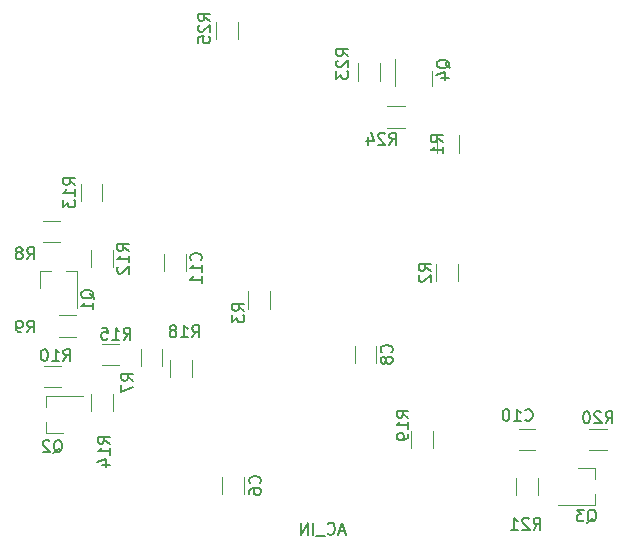
<source format=gbr>
%TF.GenerationSoftware,KiCad,Pcbnew,7.0.9*%
%TF.CreationDate,2023-11-29T12:33:44+01:00*%
%TF.ProjectId,Zabezpieczenie UPC1237,5a616265-7a70-4696-9563-7a656e696520,rev?*%
%TF.SameCoordinates,Original*%
%TF.FileFunction,Legend,Bot*%
%TF.FilePolarity,Positive*%
%FSLAX46Y46*%
G04 Gerber Fmt 4.6, Leading zero omitted, Abs format (unit mm)*
G04 Created by KiCad (PCBNEW 7.0.9) date 2023-11-29 12:33:44*
%MOMM*%
%LPD*%
G01*
G04 APERTURE LIST*
%ADD10C,0.200000*%
%ADD11C,0.150000*%
%ADD12C,0.120000*%
G04 APERTURE END LIST*
D10*
X129577945Y-142781504D02*
X129101755Y-142781504D01*
X129673183Y-143067219D02*
X129339850Y-142067219D01*
X129339850Y-142067219D02*
X129006517Y-143067219D01*
X128101755Y-142971980D02*
X128149374Y-143019600D01*
X128149374Y-143019600D02*
X128292231Y-143067219D01*
X128292231Y-143067219D02*
X128387469Y-143067219D01*
X128387469Y-143067219D02*
X128530326Y-143019600D01*
X128530326Y-143019600D02*
X128625564Y-142924361D01*
X128625564Y-142924361D02*
X128673183Y-142829123D01*
X128673183Y-142829123D02*
X128720802Y-142638647D01*
X128720802Y-142638647D02*
X128720802Y-142495790D01*
X128720802Y-142495790D02*
X128673183Y-142305314D01*
X128673183Y-142305314D02*
X128625564Y-142210076D01*
X128625564Y-142210076D02*
X128530326Y-142114838D01*
X128530326Y-142114838D02*
X128387469Y-142067219D01*
X128387469Y-142067219D02*
X128292231Y-142067219D01*
X128292231Y-142067219D02*
X128149374Y-142114838D01*
X128149374Y-142114838D02*
X128101755Y-142162457D01*
X127911279Y-143162457D02*
X127149374Y-143162457D01*
X126911278Y-143067219D02*
X126911278Y-142067219D01*
X126435088Y-143067219D02*
X126435088Y-142067219D01*
X126435088Y-142067219D02*
X125863660Y-143067219D01*
X125863660Y-143067219D02*
X125863660Y-142067219D01*
D11*
X104895238Y-136150057D02*
X104990476Y-136102438D01*
X104990476Y-136102438D02*
X105085714Y-136007200D01*
X105085714Y-136007200D02*
X105228571Y-135864342D01*
X105228571Y-135864342D02*
X105323809Y-135816723D01*
X105323809Y-135816723D02*
X105419047Y-135816723D01*
X105371428Y-136054819D02*
X105466666Y-136007200D01*
X105466666Y-136007200D02*
X105561904Y-135911961D01*
X105561904Y-135911961D02*
X105609523Y-135721485D01*
X105609523Y-135721485D02*
X105609523Y-135388152D01*
X105609523Y-135388152D02*
X105561904Y-135197676D01*
X105561904Y-135197676D02*
X105466666Y-135102438D01*
X105466666Y-135102438D02*
X105371428Y-135054819D01*
X105371428Y-135054819D02*
X105180952Y-135054819D01*
X105180952Y-135054819D02*
X105085714Y-135102438D01*
X105085714Y-135102438D02*
X104990476Y-135197676D01*
X104990476Y-135197676D02*
X104942857Y-135388152D01*
X104942857Y-135388152D02*
X104942857Y-135721485D01*
X104942857Y-135721485D02*
X104990476Y-135911961D01*
X104990476Y-135911961D02*
X105085714Y-136007200D01*
X105085714Y-136007200D02*
X105180952Y-136054819D01*
X105180952Y-136054819D02*
X105371428Y-136054819D01*
X104561904Y-135150057D02*
X104514285Y-135102438D01*
X104514285Y-135102438D02*
X104419047Y-135054819D01*
X104419047Y-135054819D02*
X104180952Y-135054819D01*
X104180952Y-135054819D02*
X104085714Y-135102438D01*
X104085714Y-135102438D02*
X104038095Y-135150057D01*
X104038095Y-135150057D02*
X103990476Y-135245295D01*
X103990476Y-135245295D02*
X103990476Y-135340533D01*
X103990476Y-135340533D02*
X104038095Y-135483390D01*
X104038095Y-135483390D02*
X104609523Y-136054819D01*
X104609523Y-136054819D02*
X103990476Y-136054819D01*
X117359580Y-119857142D02*
X117407200Y-119809523D01*
X117407200Y-119809523D02*
X117454819Y-119666666D01*
X117454819Y-119666666D02*
X117454819Y-119571428D01*
X117454819Y-119571428D02*
X117407200Y-119428571D01*
X117407200Y-119428571D02*
X117311961Y-119333333D01*
X117311961Y-119333333D02*
X117216723Y-119285714D01*
X117216723Y-119285714D02*
X117026247Y-119238095D01*
X117026247Y-119238095D02*
X116883390Y-119238095D01*
X116883390Y-119238095D02*
X116692914Y-119285714D01*
X116692914Y-119285714D02*
X116597676Y-119333333D01*
X116597676Y-119333333D02*
X116502438Y-119428571D01*
X116502438Y-119428571D02*
X116454819Y-119571428D01*
X116454819Y-119571428D02*
X116454819Y-119666666D01*
X116454819Y-119666666D02*
X116502438Y-119809523D01*
X116502438Y-119809523D02*
X116550057Y-119857142D01*
X117454819Y-120809523D02*
X117454819Y-120238095D01*
X117454819Y-120523809D02*
X116454819Y-120523809D01*
X116454819Y-120523809D02*
X116597676Y-120428571D01*
X116597676Y-120428571D02*
X116692914Y-120333333D01*
X116692914Y-120333333D02*
X116740533Y-120238095D01*
X117454819Y-121761904D02*
X117454819Y-121190476D01*
X117454819Y-121476190D02*
X116454819Y-121476190D01*
X116454819Y-121476190D02*
X116597676Y-121380952D01*
X116597676Y-121380952D02*
X116692914Y-121285714D01*
X116692914Y-121285714D02*
X116740533Y-121190476D01*
X108350057Y-123104761D02*
X108302438Y-123009523D01*
X108302438Y-123009523D02*
X108207200Y-122914285D01*
X108207200Y-122914285D02*
X108064342Y-122771428D01*
X108064342Y-122771428D02*
X108016723Y-122676190D01*
X108016723Y-122676190D02*
X108016723Y-122580952D01*
X108254819Y-122628571D02*
X108207200Y-122533333D01*
X108207200Y-122533333D02*
X108111961Y-122438095D01*
X108111961Y-122438095D02*
X107921485Y-122390476D01*
X107921485Y-122390476D02*
X107588152Y-122390476D01*
X107588152Y-122390476D02*
X107397676Y-122438095D01*
X107397676Y-122438095D02*
X107302438Y-122533333D01*
X107302438Y-122533333D02*
X107254819Y-122628571D01*
X107254819Y-122628571D02*
X107254819Y-122819047D01*
X107254819Y-122819047D02*
X107302438Y-122914285D01*
X107302438Y-122914285D02*
X107397676Y-123009523D01*
X107397676Y-123009523D02*
X107588152Y-123057142D01*
X107588152Y-123057142D02*
X107921485Y-123057142D01*
X107921485Y-123057142D02*
X108111961Y-123009523D01*
X108111961Y-123009523D02*
X108207200Y-122914285D01*
X108207200Y-122914285D02*
X108254819Y-122819047D01*
X108254819Y-122819047D02*
X108254819Y-122628571D01*
X108254819Y-124009523D02*
X108254819Y-123438095D01*
X108254819Y-123723809D02*
X107254819Y-123723809D01*
X107254819Y-123723809D02*
X107397676Y-123628571D01*
X107397676Y-123628571D02*
X107492914Y-123533333D01*
X107492914Y-123533333D02*
X107540533Y-123438095D01*
X137844819Y-109833333D02*
X137368628Y-109500000D01*
X137844819Y-109261905D02*
X136844819Y-109261905D01*
X136844819Y-109261905D02*
X136844819Y-109642857D01*
X136844819Y-109642857D02*
X136892438Y-109738095D01*
X136892438Y-109738095D02*
X136940057Y-109785714D01*
X136940057Y-109785714D02*
X137035295Y-109833333D01*
X137035295Y-109833333D02*
X137178152Y-109833333D01*
X137178152Y-109833333D02*
X137273390Y-109785714D01*
X137273390Y-109785714D02*
X137321009Y-109738095D01*
X137321009Y-109738095D02*
X137368628Y-109642857D01*
X137368628Y-109642857D02*
X137368628Y-109261905D01*
X137844819Y-110785714D02*
X137844819Y-110214286D01*
X137844819Y-110500000D02*
X136844819Y-110500000D01*
X136844819Y-110500000D02*
X136987676Y-110404762D01*
X136987676Y-110404762D02*
X137082914Y-110309524D01*
X137082914Y-110309524D02*
X137130533Y-110214286D01*
X133509580Y-127633333D02*
X133557200Y-127585714D01*
X133557200Y-127585714D02*
X133604819Y-127442857D01*
X133604819Y-127442857D02*
X133604819Y-127347619D01*
X133604819Y-127347619D02*
X133557200Y-127204762D01*
X133557200Y-127204762D02*
X133461961Y-127109524D01*
X133461961Y-127109524D02*
X133366723Y-127061905D01*
X133366723Y-127061905D02*
X133176247Y-127014286D01*
X133176247Y-127014286D02*
X133033390Y-127014286D01*
X133033390Y-127014286D02*
X132842914Y-127061905D01*
X132842914Y-127061905D02*
X132747676Y-127109524D01*
X132747676Y-127109524D02*
X132652438Y-127204762D01*
X132652438Y-127204762D02*
X132604819Y-127347619D01*
X132604819Y-127347619D02*
X132604819Y-127442857D01*
X132604819Y-127442857D02*
X132652438Y-127585714D01*
X132652438Y-127585714D02*
X132700057Y-127633333D01*
X133033390Y-128204762D02*
X132985771Y-128109524D01*
X132985771Y-128109524D02*
X132938152Y-128061905D01*
X132938152Y-128061905D02*
X132842914Y-128014286D01*
X132842914Y-128014286D02*
X132795295Y-128014286D01*
X132795295Y-128014286D02*
X132700057Y-128061905D01*
X132700057Y-128061905D02*
X132652438Y-128109524D01*
X132652438Y-128109524D02*
X132604819Y-128204762D01*
X132604819Y-128204762D02*
X132604819Y-128395238D01*
X132604819Y-128395238D02*
X132652438Y-128490476D01*
X132652438Y-128490476D02*
X132700057Y-128538095D01*
X132700057Y-128538095D02*
X132795295Y-128585714D01*
X132795295Y-128585714D02*
X132842914Y-128585714D01*
X132842914Y-128585714D02*
X132938152Y-128538095D01*
X132938152Y-128538095D02*
X132985771Y-128490476D01*
X132985771Y-128490476D02*
X133033390Y-128395238D01*
X133033390Y-128395238D02*
X133033390Y-128204762D01*
X133033390Y-128204762D02*
X133081009Y-128109524D01*
X133081009Y-128109524D02*
X133128628Y-128061905D01*
X133128628Y-128061905D02*
X133223866Y-128014286D01*
X133223866Y-128014286D02*
X133414342Y-128014286D01*
X133414342Y-128014286D02*
X133509580Y-128061905D01*
X133509580Y-128061905D02*
X133557200Y-128109524D01*
X133557200Y-128109524D02*
X133604819Y-128204762D01*
X133604819Y-128204762D02*
X133604819Y-128395238D01*
X133604819Y-128395238D02*
X133557200Y-128490476D01*
X133557200Y-128490476D02*
X133509580Y-128538095D01*
X133509580Y-128538095D02*
X133414342Y-128585714D01*
X133414342Y-128585714D02*
X133223866Y-128585714D01*
X133223866Y-128585714D02*
X133128628Y-128538095D01*
X133128628Y-128538095D02*
X133081009Y-128490476D01*
X133081009Y-128490476D02*
X133033390Y-128395238D01*
X151642857Y-133634819D02*
X151976190Y-133158628D01*
X152214285Y-133634819D02*
X152214285Y-132634819D01*
X152214285Y-132634819D02*
X151833333Y-132634819D01*
X151833333Y-132634819D02*
X151738095Y-132682438D01*
X151738095Y-132682438D02*
X151690476Y-132730057D01*
X151690476Y-132730057D02*
X151642857Y-132825295D01*
X151642857Y-132825295D02*
X151642857Y-132968152D01*
X151642857Y-132968152D02*
X151690476Y-133063390D01*
X151690476Y-133063390D02*
X151738095Y-133111009D01*
X151738095Y-133111009D02*
X151833333Y-133158628D01*
X151833333Y-133158628D02*
X152214285Y-133158628D01*
X151261904Y-132730057D02*
X151214285Y-132682438D01*
X151214285Y-132682438D02*
X151119047Y-132634819D01*
X151119047Y-132634819D02*
X150880952Y-132634819D01*
X150880952Y-132634819D02*
X150785714Y-132682438D01*
X150785714Y-132682438D02*
X150738095Y-132730057D01*
X150738095Y-132730057D02*
X150690476Y-132825295D01*
X150690476Y-132825295D02*
X150690476Y-132920533D01*
X150690476Y-132920533D02*
X150738095Y-133063390D01*
X150738095Y-133063390D02*
X151309523Y-133634819D01*
X151309523Y-133634819D02*
X150690476Y-133634819D01*
X150071428Y-132634819D02*
X149976190Y-132634819D01*
X149976190Y-132634819D02*
X149880952Y-132682438D01*
X149880952Y-132682438D02*
X149833333Y-132730057D01*
X149833333Y-132730057D02*
X149785714Y-132825295D01*
X149785714Y-132825295D02*
X149738095Y-133015771D01*
X149738095Y-133015771D02*
X149738095Y-133253866D01*
X149738095Y-133253866D02*
X149785714Y-133444342D01*
X149785714Y-133444342D02*
X149833333Y-133539580D01*
X149833333Y-133539580D02*
X149880952Y-133587200D01*
X149880952Y-133587200D02*
X149976190Y-133634819D01*
X149976190Y-133634819D02*
X150071428Y-133634819D01*
X150071428Y-133634819D02*
X150166666Y-133587200D01*
X150166666Y-133587200D02*
X150214285Y-133539580D01*
X150214285Y-133539580D02*
X150261904Y-133444342D01*
X150261904Y-133444342D02*
X150309523Y-133253866D01*
X150309523Y-133253866D02*
X150309523Y-133015771D01*
X150309523Y-133015771D02*
X150261904Y-132825295D01*
X150261904Y-132825295D02*
X150214285Y-132730057D01*
X150214285Y-132730057D02*
X150166666Y-132682438D01*
X150166666Y-132682438D02*
X150071428Y-132634819D01*
X102666666Y-119754819D02*
X102999999Y-119278628D01*
X103238094Y-119754819D02*
X103238094Y-118754819D01*
X103238094Y-118754819D02*
X102857142Y-118754819D01*
X102857142Y-118754819D02*
X102761904Y-118802438D01*
X102761904Y-118802438D02*
X102714285Y-118850057D01*
X102714285Y-118850057D02*
X102666666Y-118945295D01*
X102666666Y-118945295D02*
X102666666Y-119088152D01*
X102666666Y-119088152D02*
X102714285Y-119183390D01*
X102714285Y-119183390D02*
X102761904Y-119231009D01*
X102761904Y-119231009D02*
X102857142Y-119278628D01*
X102857142Y-119278628D02*
X103238094Y-119278628D01*
X102095237Y-119183390D02*
X102190475Y-119135771D01*
X102190475Y-119135771D02*
X102238094Y-119088152D01*
X102238094Y-119088152D02*
X102285713Y-118992914D01*
X102285713Y-118992914D02*
X102285713Y-118945295D01*
X102285713Y-118945295D02*
X102238094Y-118850057D01*
X102238094Y-118850057D02*
X102190475Y-118802438D01*
X102190475Y-118802438D02*
X102095237Y-118754819D01*
X102095237Y-118754819D02*
X101904761Y-118754819D01*
X101904761Y-118754819D02*
X101809523Y-118802438D01*
X101809523Y-118802438D02*
X101761904Y-118850057D01*
X101761904Y-118850057D02*
X101714285Y-118945295D01*
X101714285Y-118945295D02*
X101714285Y-118992914D01*
X101714285Y-118992914D02*
X101761904Y-119088152D01*
X101761904Y-119088152D02*
X101809523Y-119135771D01*
X101809523Y-119135771D02*
X101904761Y-119183390D01*
X101904761Y-119183390D02*
X102095237Y-119183390D01*
X102095237Y-119183390D02*
X102190475Y-119231009D01*
X102190475Y-119231009D02*
X102238094Y-119278628D01*
X102238094Y-119278628D02*
X102285713Y-119373866D01*
X102285713Y-119373866D02*
X102285713Y-119564342D01*
X102285713Y-119564342D02*
X102238094Y-119659580D01*
X102238094Y-119659580D02*
X102190475Y-119707200D01*
X102190475Y-119707200D02*
X102095237Y-119754819D01*
X102095237Y-119754819D02*
X101904761Y-119754819D01*
X101904761Y-119754819D02*
X101809523Y-119707200D01*
X101809523Y-119707200D02*
X101761904Y-119659580D01*
X101761904Y-119659580D02*
X101714285Y-119564342D01*
X101714285Y-119564342D02*
X101714285Y-119373866D01*
X101714285Y-119373866D02*
X101761904Y-119278628D01*
X101761904Y-119278628D02*
X101809523Y-119231009D01*
X101809523Y-119231009D02*
X101904761Y-119183390D01*
X144842857Y-133359580D02*
X144890476Y-133407200D01*
X144890476Y-133407200D02*
X145033333Y-133454819D01*
X145033333Y-133454819D02*
X145128571Y-133454819D01*
X145128571Y-133454819D02*
X145271428Y-133407200D01*
X145271428Y-133407200D02*
X145366666Y-133311961D01*
X145366666Y-133311961D02*
X145414285Y-133216723D01*
X145414285Y-133216723D02*
X145461904Y-133026247D01*
X145461904Y-133026247D02*
X145461904Y-132883390D01*
X145461904Y-132883390D02*
X145414285Y-132692914D01*
X145414285Y-132692914D02*
X145366666Y-132597676D01*
X145366666Y-132597676D02*
X145271428Y-132502438D01*
X145271428Y-132502438D02*
X145128571Y-132454819D01*
X145128571Y-132454819D02*
X145033333Y-132454819D01*
X145033333Y-132454819D02*
X144890476Y-132502438D01*
X144890476Y-132502438D02*
X144842857Y-132550057D01*
X143890476Y-133454819D02*
X144461904Y-133454819D01*
X144176190Y-133454819D02*
X144176190Y-132454819D01*
X144176190Y-132454819D02*
X144271428Y-132597676D01*
X144271428Y-132597676D02*
X144366666Y-132692914D01*
X144366666Y-132692914D02*
X144461904Y-132740533D01*
X143271428Y-132454819D02*
X143176190Y-132454819D01*
X143176190Y-132454819D02*
X143080952Y-132502438D01*
X143080952Y-132502438D02*
X143033333Y-132550057D01*
X143033333Y-132550057D02*
X142985714Y-132645295D01*
X142985714Y-132645295D02*
X142938095Y-132835771D01*
X142938095Y-132835771D02*
X142938095Y-133073866D01*
X142938095Y-133073866D02*
X142985714Y-133264342D01*
X142985714Y-133264342D02*
X143033333Y-133359580D01*
X143033333Y-133359580D02*
X143080952Y-133407200D01*
X143080952Y-133407200D02*
X143176190Y-133454819D01*
X143176190Y-133454819D02*
X143271428Y-133454819D01*
X143271428Y-133454819D02*
X143366666Y-133407200D01*
X143366666Y-133407200D02*
X143414285Y-133359580D01*
X143414285Y-133359580D02*
X143461904Y-133264342D01*
X143461904Y-133264342D02*
X143509523Y-133073866D01*
X143509523Y-133073866D02*
X143509523Y-132835771D01*
X143509523Y-132835771D02*
X143461904Y-132645295D01*
X143461904Y-132645295D02*
X143414285Y-132550057D01*
X143414285Y-132550057D02*
X143366666Y-132502438D01*
X143366666Y-132502438D02*
X143271428Y-132454819D01*
X116642857Y-126354819D02*
X116976190Y-125878628D01*
X117214285Y-126354819D02*
X117214285Y-125354819D01*
X117214285Y-125354819D02*
X116833333Y-125354819D01*
X116833333Y-125354819D02*
X116738095Y-125402438D01*
X116738095Y-125402438D02*
X116690476Y-125450057D01*
X116690476Y-125450057D02*
X116642857Y-125545295D01*
X116642857Y-125545295D02*
X116642857Y-125688152D01*
X116642857Y-125688152D02*
X116690476Y-125783390D01*
X116690476Y-125783390D02*
X116738095Y-125831009D01*
X116738095Y-125831009D02*
X116833333Y-125878628D01*
X116833333Y-125878628D02*
X117214285Y-125878628D01*
X115690476Y-126354819D02*
X116261904Y-126354819D01*
X115976190Y-126354819D02*
X115976190Y-125354819D01*
X115976190Y-125354819D02*
X116071428Y-125497676D01*
X116071428Y-125497676D02*
X116166666Y-125592914D01*
X116166666Y-125592914D02*
X116261904Y-125640533D01*
X115119047Y-125783390D02*
X115214285Y-125735771D01*
X115214285Y-125735771D02*
X115261904Y-125688152D01*
X115261904Y-125688152D02*
X115309523Y-125592914D01*
X115309523Y-125592914D02*
X115309523Y-125545295D01*
X115309523Y-125545295D02*
X115261904Y-125450057D01*
X115261904Y-125450057D02*
X115214285Y-125402438D01*
X115214285Y-125402438D02*
X115119047Y-125354819D01*
X115119047Y-125354819D02*
X114928571Y-125354819D01*
X114928571Y-125354819D02*
X114833333Y-125402438D01*
X114833333Y-125402438D02*
X114785714Y-125450057D01*
X114785714Y-125450057D02*
X114738095Y-125545295D01*
X114738095Y-125545295D02*
X114738095Y-125592914D01*
X114738095Y-125592914D02*
X114785714Y-125688152D01*
X114785714Y-125688152D02*
X114833333Y-125735771D01*
X114833333Y-125735771D02*
X114928571Y-125783390D01*
X114928571Y-125783390D02*
X115119047Y-125783390D01*
X115119047Y-125783390D02*
X115214285Y-125831009D01*
X115214285Y-125831009D02*
X115261904Y-125878628D01*
X115261904Y-125878628D02*
X115309523Y-125973866D01*
X115309523Y-125973866D02*
X115309523Y-126164342D01*
X115309523Y-126164342D02*
X115261904Y-126259580D01*
X115261904Y-126259580D02*
X115214285Y-126307200D01*
X115214285Y-126307200D02*
X115119047Y-126354819D01*
X115119047Y-126354819D02*
X114928571Y-126354819D01*
X114928571Y-126354819D02*
X114833333Y-126307200D01*
X114833333Y-126307200D02*
X114785714Y-126259580D01*
X114785714Y-126259580D02*
X114738095Y-126164342D01*
X114738095Y-126164342D02*
X114738095Y-125973866D01*
X114738095Y-125973866D02*
X114785714Y-125878628D01*
X114785714Y-125878628D02*
X114833333Y-125831009D01*
X114833333Y-125831009D02*
X114928571Y-125783390D01*
X133342857Y-110054819D02*
X133676190Y-109578628D01*
X133914285Y-110054819D02*
X133914285Y-109054819D01*
X133914285Y-109054819D02*
X133533333Y-109054819D01*
X133533333Y-109054819D02*
X133438095Y-109102438D01*
X133438095Y-109102438D02*
X133390476Y-109150057D01*
X133390476Y-109150057D02*
X133342857Y-109245295D01*
X133342857Y-109245295D02*
X133342857Y-109388152D01*
X133342857Y-109388152D02*
X133390476Y-109483390D01*
X133390476Y-109483390D02*
X133438095Y-109531009D01*
X133438095Y-109531009D02*
X133533333Y-109578628D01*
X133533333Y-109578628D02*
X133914285Y-109578628D01*
X132961904Y-109150057D02*
X132914285Y-109102438D01*
X132914285Y-109102438D02*
X132819047Y-109054819D01*
X132819047Y-109054819D02*
X132580952Y-109054819D01*
X132580952Y-109054819D02*
X132485714Y-109102438D01*
X132485714Y-109102438D02*
X132438095Y-109150057D01*
X132438095Y-109150057D02*
X132390476Y-109245295D01*
X132390476Y-109245295D02*
X132390476Y-109340533D01*
X132390476Y-109340533D02*
X132438095Y-109483390D01*
X132438095Y-109483390D02*
X133009523Y-110054819D01*
X133009523Y-110054819D02*
X132390476Y-110054819D01*
X131533333Y-109388152D02*
X131533333Y-110054819D01*
X131771428Y-109007200D02*
X132009523Y-109721485D01*
X132009523Y-109721485D02*
X131390476Y-109721485D01*
X134954819Y-133157142D02*
X134478628Y-132823809D01*
X134954819Y-132585714D02*
X133954819Y-132585714D01*
X133954819Y-132585714D02*
X133954819Y-132966666D01*
X133954819Y-132966666D02*
X134002438Y-133061904D01*
X134002438Y-133061904D02*
X134050057Y-133109523D01*
X134050057Y-133109523D02*
X134145295Y-133157142D01*
X134145295Y-133157142D02*
X134288152Y-133157142D01*
X134288152Y-133157142D02*
X134383390Y-133109523D01*
X134383390Y-133109523D02*
X134431009Y-133061904D01*
X134431009Y-133061904D02*
X134478628Y-132966666D01*
X134478628Y-132966666D02*
X134478628Y-132585714D01*
X134954819Y-134109523D02*
X134954819Y-133538095D01*
X134954819Y-133823809D02*
X133954819Y-133823809D01*
X133954819Y-133823809D02*
X134097676Y-133728571D01*
X134097676Y-133728571D02*
X134192914Y-133633333D01*
X134192914Y-133633333D02*
X134240533Y-133538095D01*
X134954819Y-134585714D02*
X134954819Y-134776190D01*
X134954819Y-134776190D02*
X134907200Y-134871428D01*
X134907200Y-134871428D02*
X134859580Y-134919047D01*
X134859580Y-134919047D02*
X134716723Y-135014285D01*
X134716723Y-135014285D02*
X134526247Y-135061904D01*
X134526247Y-135061904D02*
X134145295Y-135061904D01*
X134145295Y-135061904D02*
X134050057Y-135014285D01*
X134050057Y-135014285D02*
X134002438Y-134966666D01*
X134002438Y-134966666D02*
X133954819Y-134871428D01*
X133954819Y-134871428D02*
X133954819Y-134680952D01*
X133954819Y-134680952D02*
X134002438Y-134585714D01*
X134002438Y-134585714D02*
X134050057Y-134538095D01*
X134050057Y-134538095D02*
X134145295Y-134490476D01*
X134145295Y-134490476D02*
X134383390Y-134490476D01*
X134383390Y-134490476D02*
X134478628Y-134538095D01*
X134478628Y-134538095D02*
X134526247Y-134585714D01*
X134526247Y-134585714D02*
X134573866Y-134680952D01*
X134573866Y-134680952D02*
X134573866Y-134871428D01*
X134573866Y-134871428D02*
X134526247Y-134966666D01*
X134526247Y-134966666D02*
X134478628Y-135014285D01*
X134478628Y-135014285D02*
X134383390Y-135061904D01*
X109654819Y-135357142D02*
X109178628Y-135023809D01*
X109654819Y-134785714D02*
X108654819Y-134785714D01*
X108654819Y-134785714D02*
X108654819Y-135166666D01*
X108654819Y-135166666D02*
X108702438Y-135261904D01*
X108702438Y-135261904D02*
X108750057Y-135309523D01*
X108750057Y-135309523D02*
X108845295Y-135357142D01*
X108845295Y-135357142D02*
X108988152Y-135357142D01*
X108988152Y-135357142D02*
X109083390Y-135309523D01*
X109083390Y-135309523D02*
X109131009Y-135261904D01*
X109131009Y-135261904D02*
X109178628Y-135166666D01*
X109178628Y-135166666D02*
X109178628Y-134785714D01*
X109654819Y-136309523D02*
X109654819Y-135738095D01*
X109654819Y-136023809D02*
X108654819Y-136023809D01*
X108654819Y-136023809D02*
X108797676Y-135928571D01*
X108797676Y-135928571D02*
X108892914Y-135833333D01*
X108892914Y-135833333D02*
X108940533Y-135738095D01*
X108988152Y-137166666D02*
X109654819Y-137166666D01*
X108607200Y-136928571D02*
X109321485Y-136690476D01*
X109321485Y-136690476D02*
X109321485Y-137309523D01*
X145542857Y-142654819D02*
X145876190Y-142178628D01*
X146114285Y-142654819D02*
X146114285Y-141654819D01*
X146114285Y-141654819D02*
X145733333Y-141654819D01*
X145733333Y-141654819D02*
X145638095Y-141702438D01*
X145638095Y-141702438D02*
X145590476Y-141750057D01*
X145590476Y-141750057D02*
X145542857Y-141845295D01*
X145542857Y-141845295D02*
X145542857Y-141988152D01*
X145542857Y-141988152D02*
X145590476Y-142083390D01*
X145590476Y-142083390D02*
X145638095Y-142131009D01*
X145638095Y-142131009D02*
X145733333Y-142178628D01*
X145733333Y-142178628D02*
X146114285Y-142178628D01*
X145161904Y-141750057D02*
X145114285Y-141702438D01*
X145114285Y-141702438D02*
X145019047Y-141654819D01*
X145019047Y-141654819D02*
X144780952Y-141654819D01*
X144780952Y-141654819D02*
X144685714Y-141702438D01*
X144685714Y-141702438D02*
X144638095Y-141750057D01*
X144638095Y-141750057D02*
X144590476Y-141845295D01*
X144590476Y-141845295D02*
X144590476Y-141940533D01*
X144590476Y-141940533D02*
X144638095Y-142083390D01*
X144638095Y-142083390D02*
X145209523Y-142654819D01*
X145209523Y-142654819D02*
X144590476Y-142654819D01*
X143638095Y-142654819D02*
X144209523Y-142654819D01*
X143923809Y-142654819D02*
X143923809Y-141654819D01*
X143923809Y-141654819D02*
X144019047Y-141797676D01*
X144019047Y-141797676D02*
X144114285Y-141892914D01*
X144114285Y-141892914D02*
X144209523Y-141940533D01*
X129854819Y-102557142D02*
X129378628Y-102223809D01*
X129854819Y-101985714D02*
X128854819Y-101985714D01*
X128854819Y-101985714D02*
X128854819Y-102366666D01*
X128854819Y-102366666D02*
X128902438Y-102461904D01*
X128902438Y-102461904D02*
X128950057Y-102509523D01*
X128950057Y-102509523D02*
X129045295Y-102557142D01*
X129045295Y-102557142D02*
X129188152Y-102557142D01*
X129188152Y-102557142D02*
X129283390Y-102509523D01*
X129283390Y-102509523D02*
X129331009Y-102461904D01*
X129331009Y-102461904D02*
X129378628Y-102366666D01*
X129378628Y-102366666D02*
X129378628Y-101985714D01*
X128950057Y-102938095D02*
X128902438Y-102985714D01*
X128902438Y-102985714D02*
X128854819Y-103080952D01*
X128854819Y-103080952D02*
X128854819Y-103319047D01*
X128854819Y-103319047D02*
X128902438Y-103414285D01*
X128902438Y-103414285D02*
X128950057Y-103461904D01*
X128950057Y-103461904D02*
X129045295Y-103509523D01*
X129045295Y-103509523D02*
X129140533Y-103509523D01*
X129140533Y-103509523D02*
X129283390Y-103461904D01*
X129283390Y-103461904D02*
X129854819Y-102890476D01*
X129854819Y-102890476D02*
X129854819Y-103509523D01*
X128854819Y-103842857D02*
X128854819Y-104461904D01*
X128854819Y-104461904D02*
X129235771Y-104128571D01*
X129235771Y-104128571D02*
X129235771Y-104271428D01*
X129235771Y-104271428D02*
X129283390Y-104366666D01*
X129283390Y-104366666D02*
X129331009Y-104414285D01*
X129331009Y-104414285D02*
X129426247Y-104461904D01*
X129426247Y-104461904D02*
X129664342Y-104461904D01*
X129664342Y-104461904D02*
X129759580Y-104414285D01*
X129759580Y-104414285D02*
X129807200Y-104366666D01*
X129807200Y-104366666D02*
X129854819Y-104271428D01*
X129854819Y-104271428D02*
X129854819Y-103985714D01*
X129854819Y-103985714D02*
X129807200Y-103890476D01*
X129807200Y-103890476D02*
X129759580Y-103842857D01*
X102666666Y-125954819D02*
X102999999Y-125478628D01*
X103238094Y-125954819D02*
X103238094Y-124954819D01*
X103238094Y-124954819D02*
X102857142Y-124954819D01*
X102857142Y-124954819D02*
X102761904Y-125002438D01*
X102761904Y-125002438D02*
X102714285Y-125050057D01*
X102714285Y-125050057D02*
X102666666Y-125145295D01*
X102666666Y-125145295D02*
X102666666Y-125288152D01*
X102666666Y-125288152D02*
X102714285Y-125383390D01*
X102714285Y-125383390D02*
X102761904Y-125431009D01*
X102761904Y-125431009D02*
X102857142Y-125478628D01*
X102857142Y-125478628D02*
X103238094Y-125478628D01*
X102190475Y-125954819D02*
X101999999Y-125954819D01*
X101999999Y-125954819D02*
X101904761Y-125907200D01*
X101904761Y-125907200D02*
X101857142Y-125859580D01*
X101857142Y-125859580D02*
X101761904Y-125716723D01*
X101761904Y-125716723D02*
X101714285Y-125526247D01*
X101714285Y-125526247D02*
X101714285Y-125145295D01*
X101714285Y-125145295D02*
X101761904Y-125050057D01*
X101761904Y-125050057D02*
X101809523Y-125002438D01*
X101809523Y-125002438D02*
X101904761Y-124954819D01*
X101904761Y-124954819D02*
X102095237Y-124954819D01*
X102095237Y-124954819D02*
X102190475Y-125002438D01*
X102190475Y-125002438D02*
X102238094Y-125050057D01*
X102238094Y-125050057D02*
X102285713Y-125145295D01*
X102285713Y-125145295D02*
X102285713Y-125383390D01*
X102285713Y-125383390D02*
X102238094Y-125478628D01*
X102238094Y-125478628D02*
X102190475Y-125526247D01*
X102190475Y-125526247D02*
X102095237Y-125573866D01*
X102095237Y-125573866D02*
X101904761Y-125573866D01*
X101904761Y-125573866D02*
X101809523Y-125526247D01*
X101809523Y-125526247D02*
X101761904Y-125478628D01*
X101761904Y-125478628D02*
X101714285Y-125383390D01*
X111274819Y-119057142D02*
X110798628Y-118723809D01*
X111274819Y-118485714D02*
X110274819Y-118485714D01*
X110274819Y-118485714D02*
X110274819Y-118866666D01*
X110274819Y-118866666D02*
X110322438Y-118961904D01*
X110322438Y-118961904D02*
X110370057Y-119009523D01*
X110370057Y-119009523D02*
X110465295Y-119057142D01*
X110465295Y-119057142D02*
X110608152Y-119057142D01*
X110608152Y-119057142D02*
X110703390Y-119009523D01*
X110703390Y-119009523D02*
X110751009Y-118961904D01*
X110751009Y-118961904D02*
X110798628Y-118866666D01*
X110798628Y-118866666D02*
X110798628Y-118485714D01*
X111274819Y-120009523D02*
X111274819Y-119438095D01*
X111274819Y-119723809D02*
X110274819Y-119723809D01*
X110274819Y-119723809D02*
X110417676Y-119628571D01*
X110417676Y-119628571D02*
X110512914Y-119533333D01*
X110512914Y-119533333D02*
X110560533Y-119438095D01*
X110370057Y-120390476D02*
X110322438Y-120438095D01*
X110322438Y-120438095D02*
X110274819Y-120533333D01*
X110274819Y-120533333D02*
X110274819Y-120771428D01*
X110274819Y-120771428D02*
X110322438Y-120866666D01*
X110322438Y-120866666D02*
X110370057Y-120914285D01*
X110370057Y-120914285D02*
X110465295Y-120961904D01*
X110465295Y-120961904D02*
X110560533Y-120961904D01*
X110560533Y-120961904D02*
X110703390Y-120914285D01*
X110703390Y-120914285D02*
X111274819Y-120342857D01*
X111274819Y-120342857D02*
X111274819Y-120961904D01*
X138450057Y-103604761D02*
X138402438Y-103509523D01*
X138402438Y-103509523D02*
X138307200Y-103414285D01*
X138307200Y-103414285D02*
X138164342Y-103271428D01*
X138164342Y-103271428D02*
X138116723Y-103176190D01*
X138116723Y-103176190D02*
X138116723Y-103080952D01*
X138354819Y-103128571D02*
X138307200Y-103033333D01*
X138307200Y-103033333D02*
X138211961Y-102938095D01*
X138211961Y-102938095D02*
X138021485Y-102890476D01*
X138021485Y-102890476D02*
X137688152Y-102890476D01*
X137688152Y-102890476D02*
X137497676Y-102938095D01*
X137497676Y-102938095D02*
X137402438Y-103033333D01*
X137402438Y-103033333D02*
X137354819Y-103128571D01*
X137354819Y-103128571D02*
X137354819Y-103319047D01*
X137354819Y-103319047D02*
X137402438Y-103414285D01*
X137402438Y-103414285D02*
X137497676Y-103509523D01*
X137497676Y-103509523D02*
X137688152Y-103557142D01*
X137688152Y-103557142D02*
X138021485Y-103557142D01*
X138021485Y-103557142D02*
X138211961Y-103509523D01*
X138211961Y-103509523D02*
X138307200Y-103414285D01*
X138307200Y-103414285D02*
X138354819Y-103319047D01*
X138354819Y-103319047D02*
X138354819Y-103128571D01*
X137688152Y-104414285D02*
X138354819Y-104414285D01*
X137307200Y-104176190D02*
X138021485Y-103938095D01*
X138021485Y-103938095D02*
X138021485Y-104557142D01*
X122359580Y-138733333D02*
X122407200Y-138685714D01*
X122407200Y-138685714D02*
X122454819Y-138542857D01*
X122454819Y-138542857D02*
X122454819Y-138447619D01*
X122454819Y-138447619D02*
X122407200Y-138304762D01*
X122407200Y-138304762D02*
X122311961Y-138209524D01*
X122311961Y-138209524D02*
X122216723Y-138161905D01*
X122216723Y-138161905D02*
X122026247Y-138114286D01*
X122026247Y-138114286D02*
X121883390Y-138114286D01*
X121883390Y-138114286D02*
X121692914Y-138161905D01*
X121692914Y-138161905D02*
X121597676Y-138209524D01*
X121597676Y-138209524D02*
X121502438Y-138304762D01*
X121502438Y-138304762D02*
X121454819Y-138447619D01*
X121454819Y-138447619D02*
X121454819Y-138542857D01*
X121454819Y-138542857D02*
X121502438Y-138685714D01*
X121502438Y-138685714D02*
X121550057Y-138733333D01*
X121454819Y-139590476D02*
X121454819Y-139400000D01*
X121454819Y-139400000D02*
X121502438Y-139304762D01*
X121502438Y-139304762D02*
X121550057Y-139257143D01*
X121550057Y-139257143D02*
X121692914Y-139161905D01*
X121692914Y-139161905D02*
X121883390Y-139114286D01*
X121883390Y-139114286D02*
X122264342Y-139114286D01*
X122264342Y-139114286D02*
X122359580Y-139161905D01*
X122359580Y-139161905D02*
X122407200Y-139209524D01*
X122407200Y-139209524D02*
X122454819Y-139304762D01*
X122454819Y-139304762D02*
X122454819Y-139495238D01*
X122454819Y-139495238D02*
X122407200Y-139590476D01*
X122407200Y-139590476D02*
X122359580Y-139638095D01*
X122359580Y-139638095D02*
X122264342Y-139685714D01*
X122264342Y-139685714D02*
X122026247Y-139685714D01*
X122026247Y-139685714D02*
X121931009Y-139638095D01*
X121931009Y-139638095D02*
X121883390Y-139590476D01*
X121883390Y-139590476D02*
X121835771Y-139495238D01*
X121835771Y-139495238D02*
X121835771Y-139304762D01*
X121835771Y-139304762D02*
X121883390Y-139209524D01*
X121883390Y-139209524D02*
X121931009Y-139161905D01*
X121931009Y-139161905D02*
X122026247Y-139114286D01*
X136834819Y-120733333D02*
X136358628Y-120400000D01*
X136834819Y-120161905D02*
X135834819Y-120161905D01*
X135834819Y-120161905D02*
X135834819Y-120542857D01*
X135834819Y-120542857D02*
X135882438Y-120638095D01*
X135882438Y-120638095D02*
X135930057Y-120685714D01*
X135930057Y-120685714D02*
X136025295Y-120733333D01*
X136025295Y-120733333D02*
X136168152Y-120733333D01*
X136168152Y-120733333D02*
X136263390Y-120685714D01*
X136263390Y-120685714D02*
X136311009Y-120638095D01*
X136311009Y-120638095D02*
X136358628Y-120542857D01*
X136358628Y-120542857D02*
X136358628Y-120161905D01*
X135930057Y-121114286D02*
X135882438Y-121161905D01*
X135882438Y-121161905D02*
X135834819Y-121257143D01*
X135834819Y-121257143D02*
X135834819Y-121495238D01*
X135834819Y-121495238D02*
X135882438Y-121590476D01*
X135882438Y-121590476D02*
X135930057Y-121638095D01*
X135930057Y-121638095D02*
X136025295Y-121685714D01*
X136025295Y-121685714D02*
X136120533Y-121685714D01*
X136120533Y-121685714D02*
X136263390Y-121638095D01*
X136263390Y-121638095D02*
X136834819Y-121066667D01*
X136834819Y-121066667D02*
X136834819Y-121685714D01*
X106734819Y-113457142D02*
X106258628Y-113123809D01*
X106734819Y-112885714D02*
X105734819Y-112885714D01*
X105734819Y-112885714D02*
X105734819Y-113266666D01*
X105734819Y-113266666D02*
X105782438Y-113361904D01*
X105782438Y-113361904D02*
X105830057Y-113409523D01*
X105830057Y-113409523D02*
X105925295Y-113457142D01*
X105925295Y-113457142D02*
X106068152Y-113457142D01*
X106068152Y-113457142D02*
X106163390Y-113409523D01*
X106163390Y-113409523D02*
X106211009Y-113361904D01*
X106211009Y-113361904D02*
X106258628Y-113266666D01*
X106258628Y-113266666D02*
X106258628Y-112885714D01*
X106734819Y-114409523D02*
X106734819Y-113838095D01*
X106734819Y-114123809D02*
X105734819Y-114123809D01*
X105734819Y-114123809D02*
X105877676Y-114028571D01*
X105877676Y-114028571D02*
X105972914Y-113933333D01*
X105972914Y-113933333D02*
X106020533Y-113838095D01*
X105734819Y-114742857D02*
X105734819Y-115361904D01*
X105734819Y-115361904D02*
X106115771Y-115028571D01*
X106115771Y-115028571D02*
X106115771Y-115171428D01*
X106115771Y-115171428D02*
X106163390Y-115266666D01*
X106163390Y-115266666D02*
X106211009Y-115314285D01*
X106211009Y-115314285D02*
X106306247Y-115361904D01*
X106306247Y-115361904D02*
X106544342Y-115361904D01*
X106544342Y-115361904D02*
X106639580Y-115314285D01*
X106639580Y-115314285D02*
X106687200Y-115266666D01*
X106687200Y-115266666D02*
X106734819Y-115171428D01*
X106734819Y-115171428D02*
X106734819Y-114885714D01*
X106734819Y-114885714D02*
X106687200Y-114790476D01*
X106687200Y-114790476D02*
X106639580Y-114742857D01*
X111654819Y-130033333D02*
X111178628Y-129700000D01*
X111654819Y-129461905D02*
X110654819Y-129461905D01*
X110654819Y-129461905D02*
X110654819Y-129842857D01*
X110654819Y-129842857D02*
X110702438Y-129938095D01*
X110702438Y-129938095D02*
X110750057Y-129985714D01*
X110750057Y-129985714D02*
X110845295Y-130033333D01*
X110845295Y-130033333D02*
X110988152Y-130033333D01*
X110988152Y-130033333D02*
X111083390Y-129985714D01*
X111083390Y-129985714D02*
X111131009Y-129938095D01*
X111131009Y-129938095D02*
X111178628Y-129842857D01*
X111178628Y-129842857D02*
X111178628Y-129461905D01*
X110654819Y-130366667D02*
X110654819Y-131033333D01*
X110654819Y-131033333D02*
X111654819Y-130604762D01*
X118154819Y-99557142D02*
X117678628Y-99223809D01*
X118154819Y-98985714D02*
X117154819Y-98985714D01*
X117154819Y-98985714D02*
X117154819Y-99366666D01*
X117154819Y-99366666D02*
X117202438Y-99461904D01*
X117202438Y-99461904D02*
X117250057Y-99509523D01*
X117250057Y-99509523D02*
X117345295Y-99557142D01*
X117345295Y-99557142D02*
X117488152Y-99557142D01*
X117488152Y-99557142D02*
X117583390Y-99509523D01*
X117583390Y-99509523D02*
X117631009Y-99461904D01*
X117631009Y-99461904D02*
X117678628Y-99366666D01*
X117678628Y-99366666D02*
X117678628Y-98985714D01*
X117250057Y-99938095D02*
X117202438Y-99985714D01*
X117202438Y-99985714D02*
X117154819Y-100080952D01*
X117154819Y-100080952D02*
X117154819Y-100319047D01*
X117154819Y-100319047D02*
X117202438Y-100414285D01*
X117202438Y-100414285D02*
X117250057Y-100461904D01*
X117250057Y-100461904D02*
X117345295Y-100509523D01*
X117345295Y-100509523D02*
X117440533Y-100509523D01*
X117440533Y-100509523D02*
X117583390Y-100461904D01*
X117583390Y-100461904D02*
X118154819Y-99890476D01*
X118154819Y-99890476D02*
X118154819Y-100509523D01*
X117154819Y-101414285D02*
X117154819Y-100938095D01*
X117154819Y-100938095D02*
X117631009Y-100890476D01*
X117631009Y-100890476D02*
X117583390Y-100938095D01*
X117583390Y-100938095D02*
X117535771Y-101033333D01*
X117535771Y-101033333D02*
X117535771Y-101271428D01*
X117535771Y-101271428D02*
X117583390Y-101366666D01*
X117583390Y-101366666D02*
X117631009Y-101414285D01*
X117631009Y-101414285D02*
X117726247Y-101461904D01*
X117726247Y-101461904D02*
X117964342Y-101461904D01*
X117964342Y-101461904D02*
X118059580Y-101414285D01*
X118059580Y-101414285D02*
X118107200Y-101366666D01*
X118107200Y-101366666D02*
X118154819Y-101271428D01*
X118154819Y-101271428D02*
X118154819Y-101033333D01*
X118154819Y-101033333D02*
X118107200Y-100938095D01*
X118107200Y-100938095D02*
X118059580Y-100890476D01*
X150095238Y-142050057D02*
X150190476Y-142002438D01*
X150190476Y-142002438D02*
X150285714Y-141907200D01*
X150285714Y-141907200D02*
X150428571Y-141764342D01*
X150428571Y-141764342D02*
X150523809Y-141716723D01*
X150523809Y-141716723D02*
X150619047Y-141716723D01*
X150571428Y-141954819D02*
X150666666Y-141907200D01*
X150666666Y-141907200D02*
X150761904Y-141811961D01*
X150761904Y-141811961D02*
X150809523Y-141621485D01*
X150809523Y-141621485D02*
X150809523Y-141288152D01*
X150809523Y-141288152D02*
X150761904Y-141097676D01*
X150761904Y-141097676D02*
X150666666Y-141002438D01*
X150666666Y-141002438D02*
X150571428Y-140954819D01*
X150571428Y-140954819D02*
X150380952Y-140954819D01*
X150380952Y-140954819D02*
X150285714Y-141002438D01*
X150285714Y-141002438D02*
X150190476Y-141097676D01*
X150190476Y-141097676D02*
X150142857Y-141288152D01*
X150142857Y-141288152D02*
X150142857Y-141621485D01*
X150142857Y-141621485D02*
X150190476Y-141811961D01*
X150190476Y-141811961D02*
X150285714Y-141907200D01*
X150285714Y-141907200D02*
X150380952Y-141954819D01*
X150380952Y-141954819D02*
X150571428Y-141954819D01*
X149809523Y-140954819D02*
X149190476Y-140954819D01*
X149190476Y-140954819D02*
X149523809Y-141335771D01*
X149523809Y-141335771D02*
X149380952Y-141335771D01*
X149380952Y-141335771D02*
X149285714Y-141383390D01*
X149285714Y-141383390D02*
X149238095Y-141431009D01*
X149238095Y-141431009D02*
X149190476Y-141526247D01*
X149190476Y-141526247D02*
X149190476Y-141764342D01*
X149190476Y-141764342D02*
X149238095Y-141859580D01*
X149238095Y-141859580D02*
X149285714Y-141907200D01*
X149285714Y-141907200D02*
X149380952Y-141954819D01*
X149380952Y-141954819D02*
X149666666Y-141954819D01*
X149666666Y-141954819D02*
X149761904Y-141907200D01*
X149761904Y-141907200D02*
X149809523Y-141859580D01*
X110842857Y-126554819D02*
X111176190Y-126078628D01*
X111414285Y-126554819D02*
X111414285Y-125554819D01*
X111414285Y-125554819D02*
X111033333Y-125554819D01*
X111033333Y-125554819D02*
X110938095Y-125602438D01*
X110938095Y-125602438D02*
X110890476Y-125650057D01*
X110890476Y-125650057D02*
X110842857Y-125745295D01*
X110842857Y-125745295D02*
X110842857Y-125888152D01*
X110842857Y-125888152D02*
X110890476Y-125983390D01*
X110890476Y-125983390D02*
X110938095Y-126031009D01*
X110938095Y-126031009D02*
X111033333Y-126078628D01*
X111033333Y-126078628D02*
X111414285Y-126078628D01*
X109890476Y-126554819D02*
X110461904Y-126554819D01*
X110176190Y-126554819D02*
X110176190Y-125554819D01*
X110176190Y-125554819D02*
X110271428Y-125697676D01*
X110271428Y-125697676D02*
X110366666Y-125792914D01*
X110366666Y-125792914D02*
X110461904Y-125840533D01*
X108985714Y-125554819D02*
X109461904Y-125554819D01*
X109461904Y-125554819D02*
X109509523Y-126031009D01*
X109509523Y-126031009D02*
X109461904Y-125983390D01*
X109461904Y-125983390D02*
X109366666Y-125935771D01*
X109366666Y-125935771D02*
X109128571Y-125935771D01*
X109128571Y-125935771D02*
X109033333Y-125983390D01*
X109033333Y-125983390D02*
X108985714Y-126031009D01*
X108985714Y-126031009D02*
X108938095Y-126126247D01*
X108938095Y-126126247D02*
X108938095Y-126364342D01*
X108938095Y-126364342D02*
X108985714Y-126459580D01*
X108985714Y-126459580D02*
X109033333Y-126507200D01*
X109033333Y-126507200D02*
X109128571Y-126554819D01*
X109128571Y-126554819D02*
X109366666Y-126554819D01*
X109366666Y-126554819D02*
X109461904Y-126507200D01*
X109461904Y-126507200D02*
X109509523Y-126459580D01*
X121054819Y-124133333D02*
X120578628Y-123800000D01*
X121054819Y-123561905D02*
X120054819Y-123561905D01*
X120054819Y-123561905D02*
X120054819Y-123942857D01*
X120054819Y-123942857D02*
X120102438Y-124038095D01*
X120102438Y-124038095D02*
X120150057Y-124085714D01*
X120150057Y-124085714D02*
X120245295Y-124133333D01*
X120245295Y-124133333D02*
X120388152Y-124133333D01*
X120388152Y-124133333D02*
X120483390Y-124085714D01*
X120483390Y-124085714D02*
X120531009Y-124038095D01*
X120531009Y-124038095D02*
X120578628Y-123942857D01*
X120578628Y-123942857D02*
X120578628Y-123561905D01*
X120054819Y-124466667D02*
X120054819Y-125085714D01*
X120054819Y-125085714D02*
X120435771Y-124752381D01*
X120435771Y-124752381D02*
X120435771Y-124895238D01*
X120435771Y-124895238D02*
X120483390Y-124990476D01*
X120483390Y-124990476D02*
X120531009Y-125038095D01*
X120531009Y-125038095D02*
X120626247Y-125085714D01*
X120626247Y-125085714D02*
X120864342Y-125085714D01*
X120864342Y-125085714D02*
X120959580Y-125038095D01*
X120959580Y-125038095D02*
X121007200Y-124990476D01*
X121007200Y-124990476D02*
X121054819Y-124895238D01*
X121054819Y-124895238D02*
X121054819Y-124609524D01*
X121054819Y-124609524D02*
X121007200Y-124514286D01*
X121007200Y-124514286D02*
X120959580Y-124466667D01*
X105742857Y-128354819D02*
X106076190Y-127878628D01*
X106314285Y-128354819D02*
X106314285Y-127354819D01*
X106314285Y-127354819D02*
X105933333Y-127354819D01*
X105933333Y-127354819D02*
X105838095Y-127402438D01*
X105838095Y-127402438D02*
X105790476Y-127450057D01*
X105790476Y-127450057D02*
X105742857Y-127545295D01*
X105742857Y-127545295D02*
X105742857Y-127688152D01*
X105742857Y-127688152D02*
X105790476Y-127783390D01*
X105790476Y-127783390D02*
X105838095Y-127831009D01*
X105838095Y-127831009D02*
X105933333Y-127878628D01*
X105933333Y-127878628D02*
X106314285Y-127878628D01*
X104790476Y-128354819D02*
X105361904Y-128354819D01*
X105076190Y-128354819D02*
X105076190Y-127354819D01*
X105076190Y-127354819D02*
X105171428Y-127497676D01*
X105171428Y-127497676D02*
X105266666Y-127592914D01*
X105266666Y-127592914D02*
X105361904Y-127640533D01*
X104171428Y-127354819D02*
X104076190Y-127354819D01*
X104076190Y-127354819D02*
X103980952Y-127402438D01*
X103980952Y-127402438D02*
X103933333Y-127450057D01*
X103933333Y-127450057D02*
X103885714Y-127545295D01*
X103885714Y-127545295D02*
X103838095Y-127735771D01*
X103838095Y-127735771D02*
X103838095Y-127973866D01*
X103838095Y-127973866D02*
X103885714Y-128164342D01*
X103885714Y-128164342D02*
X103933333Y-128259580D01*
X103933333Y-128259580D02*
X103980952Y-128307200D01*
X103980952Y-128307200D02*
X104076190Y-128354819D01*
X104076190Y-128354819D02*
X104171428Y-128354819D01*
X104171428Y-128354819D02*
X104266666Y-128307200D01*
X104266666Y-128307200D02*
X104314285Y-128259580D01*
X104314285Y-128259580D02*
X104361904Y-128164342D01*
X104361904Y-128164342D02*
X104409523Y-127973866D01*
X104409523Y-127973866D02*
X104409523Y-127735771D01*
X104409523Y-127735771D02*
X104361904Y-127545295D01*
X104361904Y-127545295D02*
X104314285Y-127450057D01*
X104314285Y-127450057D02*
X104266666Y-127402438D01*
X104266666Y-127402438D02*
X104171428Y-127354819D01*
D12*
%TO.C,Q2*%
X104240000Y-134480000D02*
X105700000Y-134480000D01*
X104240000Y-134480000D02*
X104240000Y-133550000D01*
X104240000Y-131320000D02*
X107400000Y-131320000D01*
X104240000Y-131320000D02*
X104240000Y-132250000D01*
%TO.C,C11*%
X114290000Y-120711252D02*
X114290000Y-119288748D01*
X116110000Y-120711252D02*
X116110000Y-119288748D01*
%TO.C,Q1*%
X103720000Y-120740000D02*
X103720000Y-122200000D01*
X103720000Y-120740000D02*
X104650000Y-120740000D01*
X106880000Y-120740000D02*
X106880000Y-123900000D01*
X106880000Y-120740000D02*
X105950000Y-120740000D01*
%TO.C,R1*%
X137390000Y-110727064D02*
X137390000Y-109272936D01*
X139210000Y-110727064D02*
X139210000Y-109272936D01*
%TO.C,C8*%
X130390000Y-128511252D02*
X130390000Y-127088748D01*
X132210000Y-128511252D02*
X132210000Y-127088748D01*
%TO.C,R20*%
X151727064Y-135910000D02*
X150272936Y-135910000D01*
X151727064Y-134090000D02*
X150272936Y-134090000D01*
%TO.C,R8*%
X103972936Y-116490000D02*
X105427064Y-116490000D01*
X103972936Y-118310000D02*
X105427064Y-118310000D01*
%TO.C,C10*%
X144288748Y-134090000D02*
X145711252Y-134090000D01*
X144288748Y-135910000D02*
X145711252Y-135910000D01*
%TO.C,R18*%
X114790000Y-129727064D02*
X114790000Y-128272936D01*
X116610000Y-129727064D02*
X116610000Y-128272936D01*
%TO.C,R24*%
X133172936Y-106790000D02*
X134627064Y-106790000D01*
X133172936Y-108610000D02*
X134627064Y-108610000D01*
%TO.C,R19*%
X137010000Y-134272936D02*
X137010000Y-135727064D01*
X135190000Y-134272936D02*
X135190000Y-135727064D01*
%TO.C,R14*%
X108090000Y-132627064D02*
X108090000Y-131172936D01*
X109910000Y-132627064D02*
X109910000Y-131172936D01*
%TO.C,R21*%
X145910000Y-138272936D02*
X145910000Y-139727064D01*
X144090000Y-138272936D02*
X144090000Y-139727064D01*
%TO.C,R23*%
X130690000Y-104627064D02*
X130690000Y-103172936D01*
X132510000Y-104627064D02*
X132510000Y-103172936D01*
%TO.C,R9*%
X105372936Y-124490000D02*
X106827064Y-124490000D01*
X105372936Y-126310000D02*
X106827064Y-126310000D01*
%TO.C,R12*%
X108090000Y-120427064D02*
X108090000Y-118972936D01*
X109910000Y-120427064D02*
X109910000Y-118972936D01*
%TO.C,Q4*%
X136910000Y-104437500D02*
X136910000Y-103787500D01*
X136910000Y-104437500D02*
X136910000Y-105087500D01*
X133790000Y-104437500D02*
X133790000Y-102762500D01*
X133790000Y-104437500D02*
X133790000Y-105087500D01*
%TO.C,C6*%
X121010000Y-138188748D02*
X121010000Y-139611252D01*
X119190000Y-138188748D02*
X119190000Y-139611252D01*
%TO.C,R2*%
X139110000Y-120172936D02*
X139110000Y-121627064D01*
X137290000Y-120172936D02*
X137290000Y-121627064D01*
%TO.C,R13*%
X109010000Y-113372936D02*
X109010000Y-114827064D01*
X107190000Y-113372936D02*
X107190000Y-114827064D01*
%TO.C,R7*%
X114110000Y-127372936D02*
X114110000Y-128827064D01*
X112290000Y-127372936D02*
X112290000Y-128827064D01*
%TO.C,R25*%
X118690000Y-101127064D02*
X118690000Y-99672936D01*
X120510000Y-101127064D02*
X120510000Y-99672936D01*
%TO.C,Q3*%
X150760000Y-137420000D02*
X149300000Y-137420000D01*
X150760000Y-137420000D02*
X150760000Y-138350000D01*
X150760000Y-140580000D02*
X147600000Y-140580000D01*
X150760000Y-140580000D02*
X150760000Y-139650000D01*
%TO.C,R15*%
X108972936Y-126890000D02*
X110427064Y-126890000D01*
X108972936Y-128710000D02*
X110427064Y-128710000D01*
%TO.C,R3*%
X123210000Y-122472936D02*
X123210000Y-123927064D01*
X121390000Y-122472936D02*
X121390000Y-123927064D01*
%TO.C,R10*%
X104072936Y-128790000D02*
X105527064Y-128790000D01*
X104072936Y-130610000D02*
X105527064Y-130610000D01*
%TD*%
M02*

</source>
